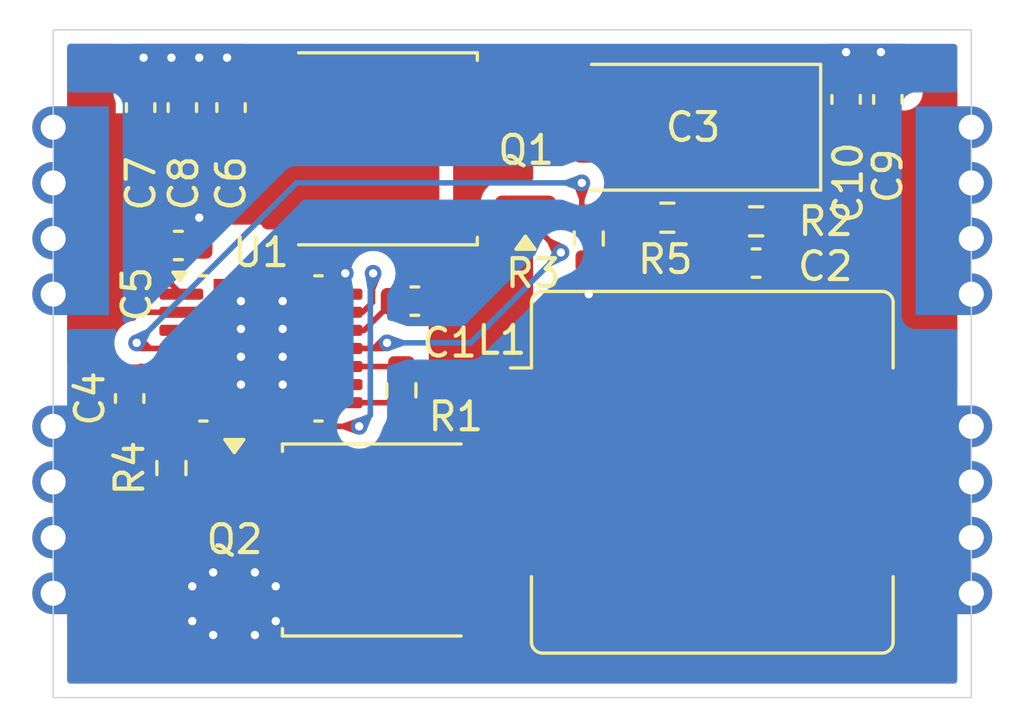
<source format=kicad_pcb>
(kicad_pcb (version 20240108) (generator "pcbnew") (generator_version "8.0")
  (layers (0 "F.Cu" signal) (31 "B.Cu" signal) (34 "B.Paste" user) (35 "F.Paste" user) (36 "B.SilkS" user "B.Silkscreen") (37 "F.SilkS" user "F.Silkscreen") (38 "B.Mask" user) (39 "F.Mask" user) (44 "Edge.Cuts" user))
  (net 0 "")
  (net 1 "Net-(Q1-S)")
  (net 2 "Net-(U1-BST)")
  (net 3 "Net-(U1-FB)")
  (net 4 "GND")
  (net 5 "Net-(U1-SS)")
  (net 6 "Net-(U1-VCC)")
  (net 7 "+BATT")
  (net 8 "Net-(Q1-G)")
  (net 9 "Net-(Q2-G)")
  (net 10 "Net-(U1-ILIM)")
  (net 11 "Net-(U1-RON)")
  (net 13 "+5V")
  (net 14 "Net-(R2-Pad1)")
  (footprint "Package_SO:HTSSOP-14-1EP_4.4x5mm_P0.65mm_EP3.4x5mm_Mask3x3.1mm" (layer "F.Cu") (at 124.4677 65.45)
    (property "Reference" "U1" (at 0 -3.45 0) (layer "F.SilkS"))
    (property "Value" "LM3150MH")
    (fp_line (start -1.935584 -2.61) (end -2.2 -2.61) (stroke (width 0.12)) (layer "F.SilkS"))
    (fp_line (start -1.935584 2.61) (end -2.2 2.61) (stroke (width 0.12)) (layer "F.SilkS"))
    (fp_line (start 1.935584 -2.61) (end 2.2 -2.61) (stroke (width 0.12)) (layer "F.SilkS"))
    (fp_line (start 1.935584 2.61) (end 2.2 2.61) (stroke (width 0.12)) (layer "F.SilkS"))
    (fp_poly (pts (xy -2.925 -2.41) (xy -3.165 -2.74) (xy -2.685 -2.74) (xy -2.925 -2.41)) (stroke (width 0.12)) (fill solid) (layer "F.SilkS"))
    (pad "1" smd roundrect (at -2.8625 -1.95) (size 1.575 0.4) (layers "F.Cu" "F.Paste" "F.Mask") (net 6 "Net-(U1-VCC)"))
    (pad "2" smd roundrect (at -2.8625 -1.3) (size 1.575 0.4) (layers "F.Cu" "F.Paste" "F.Mask") (net 7 "+BATT"))
    (pad "3" smd roundrect (at -2.8625 -0.65) (size 1.575 0.4) (layers "F.Cu" "F.Paste" "F.Mask"))
    (pad "4" smd roundrect (at -2.8625 0) (size 1.575 0.4) (layers "F.Cu" "F.Paste" "F.Mask") (net 3 "Net-(U1-FB)"))
    (pad "5" smd roundrect (at -2.8625 0.65) (size 1.575 0.4) (layers "F.Cu" "F.Paste" "F.Mask") (net 4 "GND"))
    (pad "6" smd roundrect (at -2.8625 1.3) (size 1.575 0.4) (layers "F.Cu" "F.Paste" "F.Mask") (net 5 "Net-(U1-SS)"))
    (pad "7" smd roundrect (at -2.8625 1.95) (size 1.575 0.4) (layers "F.Cu" "F.Paste" "F.Mask") (net 11 "Net-(U1-RON)"))
    (pad "8" smd roundrect (at 2.8625 1.95) (size 1.575 0.4) (layers "F.Cu" "F.Paste" "F.Mask") (net 10 "Net-(U1-ILIM)"))
    (pad "9" smd roundrect (at 2.8625 1.3) (size 1.575 0.4) (layers "F.Cu" "F.Paste" "F.Mask") (net 4 "GND"))
    (pad "10" smd roundrect (at 2.8625 0.65) (size 1.575 0.4) (layers "F.Cu" "F.Paste" "F.Mask") (net 1 "Net-(Q1-S)"))
    (pad "11" smd roundrect (at 2.8625 0) (size 1.575 0.4) (layers "F.Cu" "F.Paste" "F.Mask") (net 8 "Net-(Q1-G)"))
    (pad "12" smd roundrect (at 2.8625 -0.65) (size 1.575 0.4) (layers "F.Cu" "F.Paste" "F.Mask") (net 2 "Net-(U1-BST)"))
    (pad "13" smd roundrect (at 2.8625 -1.3) (size 1.575 0.4) (layers "F.Cu" "F.Paste" "F.Mask") (net 9 "Net-(Q2-G)"))
    (pad "14" smd roundrect (at 2.8625 -1.95) (size 1.575 0.4) (layers "F.Cu" "F.Paste" "F.Mask") (net 4 "GND"))
    (pad "15" smd rect (at 0 0) (size 3.4 5) (property pad_prop_heatsink) (layers "F.Cu") (net 4 "GND"))
  )
  (footprint "Resistor_SMD:R_0603_1608Metric" (layer "F.Cu") (at 136.25 61.5 90)
    (property "Reference" "R3" (at -1.25 -2 180) (layer "F.SilkS"))
    (property "Value" "10k")
    (fp_line (start -0.237258 -0.5225) (end 0.237258 -0.5225) (stroke (width 0.12)) (layer "F.SilkS"))
    (fp_line (start -0.237258 0.5225) (end 0.237258 0.5225) (stroke (width 0.12)) (layer "F.SilkS"))
    (pad "1" smd roundrect (at -0.825 0 90) (size 0.8 0.95) (layers "F.Cu" "F.Paste" "F.Mask") (net 4 "GND"))
    (pad "2" smd roundrect (at 0.825 0 90) (size 0.8 0.95) (layers "F.Cu" "F.Paste" "F.Mask") (net 3 "Net-(U1-FB)"))
  )
  (footprint "Capacitor_SMD:C_0603_1608Metric" (layer "F.Cu") (at 145.5 56.5 90)
    (property "Reference" "C10" (at -3.0006 0.0748 90) (layer "F.SilkS"))
    (property "Value" "100nF")
    (fp_line (start -0.14058 -0.51) (end 0.14058 -0.51) (stroke (width 0.12)) (layer "F.SilkS"))
    (fp_line (start -0.14058 0.51) (end 0.14058 0.51) (stroke (width 0.12)) (layer "F.SilkS"))
    (pad "1" smd roundrect (at -0.775 0 90) (size 0.9 0.95) (layers "F.Cu" "F.Paste" "F.Mask") (net 13 "+5V"))
    (pad "2" smd roundrect (at 0.775 0 90) (size 0.9 0.95) (layers "F.Cu" "F.Paste" "F.Mask") (net 4 "GND"))
  )
  (footprint "Resistor_SMD:R_0603_1608Metric" (layer "F.Cu") (at 129.5146 66.9544 90)
    (property "Reference" "R1" (at -0.945 1.9558 180) (layer "F.SilkS"))
    (property "Value" "1.2k")
    (fp_line (start -0.237258 -0.5225) (end 0.237258 -0.5225) (stroke (width 0.12)) (layer "F.SilkS"))
    (fp_line (start -0.237258 0.5225) (end 0.237258 0.5225) (stroke (width 0.12)) (layer "F.SilkS"))
    (pad "1" smd roundrect (at -0.825 0 90) (size 0.8 0.95) (layers "F.Cu" "F.Paste" "F.Mask") (net 10 "Net-(U1-ILIM)"))
    (pad "2" smd roundrect (at 0.825 0 90) (size 0.8 0.95) (layers "F.Cu" "F.Paste" "F.Mask") (net 1 "Net-(Q1-S)"))
  )
  (footprint "BuckModuleFootprints:Castillated Edge" (layer "F.Cu") (at 150 74.25 180)
    (property "Reference" "J3" (hide yes))
    (property "Value" "Edge")
    (pad "1" thru_hole circle (at 0 0 180) (size 1.5 1.5) (drill 0.9) (property pad_prop_castellated) (layers "*.Cu" "*.Mask") (net 4 "GND"))
    (pad "1" thru_hole circle (at 0 2 180) (size 1.5 1.5) (drill 0.9) (property pad_prop_castellated) (layers "*.Cu" "*.Mask") (net 4 "GND"))
    (pad "1" thru_hole circle (at 0 4 180) (size 1.5 1.5) (drill 0.9) (property pad_prop_castellated) (layers "*.Cu" "*.Mask") (net 4 "GND"))
    (pad "1" thru_hole circle (at 0 6 180) (size 1.5 1.5) (drill 0.9) (property pad_prop_castellated) (layers "*.Cu" "*.Mask") (net 4 "GND"))
    (pad "1" connect rect (at 1 3 180) (size 2 7.5) (layers "F.Cu" "F.Mask") (net 4 "GND"))
    (pad "1" connect rect (at 1 3 180) (size 2 7.5) (layers "B.Cu" "B.Mask") (net 4 "GND"))
  )
  (footprint "BuckModuleFootprints:Castillated Edge" (layer "F.Cu") (at 117 68.25)
    (property "Reference" "J4" (hide yes))
    (property "Value" "Edge")
    (pad "1" thru_hole circle (at 0 0) (size 1.5 1.5) (drill 0.9) (property pad_prop_castellated) (layers "*.Cu" "*.Mask") (net 4 "GND"))
    (pad "1" thru_hole circle (at 0 2) (size 1.5 1.5) (drill 0.9) (property pad_prop_castellated) (layers "*.Cu" "*.Mask") (net 4 "GND"))
    (pad "1" thru_hole circle (at 0 4) (size 1.5 1.5) (drill 0.9) (property pad_prop_castellated) (layers "*.Cu" "*.Mask") (net 4 "GND"))
    (pad "1" thru_hole circle (at 0 6) (size 1.5 1.5) (drill 0.9) (property pad_prop_castellated) (layers "*.Cu" "*.Mask") (net 4 "GND"))
    (pad "1" connect rect (at 1 3) (size 2 7.5) (layers "F.Cu" "F.Mask") (net 4 "GND"))
    (pad "1" connect rect (at 1 3) (size 2 7.5) (layers "B.Cu" "B.Mask") (net 4 "GND"))
  )
  (footprint "Resistor_SMD:R_0603_1608Metric" (layer "F.Cu") (at 121.25 69.75 -90)
    (property "Reference" "R4" (at 0 1.5 90) (layer "F.SilkS"))
    (property "Value" "100k")
    (fp_line (start -0.237258 0.5225) (end 0.237258 0.5225) (stroke (width 0.12)) (layer "F.SilkS"))
    (fp_line (start -0.237258 -0.5225) (end 0.237258 -0.5225) (stroke (width 0.12)) (layer "F.SilkS"))
    (pad "1" smd roundrect (at -0.825 0 270) (size 0.8 0.95) (layers "F.Cu" "F.Paste" "F.Mask") (net 11 "Net-(U1-RON)"))
    (pad "2" smd roundrect (at 0.825 0 270) (size 0.8 0.95) (layers "F.Cu" "F.Paste" "F.Mask") (net 7 "+BATT"))
  )
  (footprint "BuckModuleFootprints:Castillated Edge" (layer "F.Cu") (at 150 63.5 180)
    (property "Reference" "J2" (hide yes))
    (property "Value" "Edge")
    (pad "1" thru_hole circle (at 0 0 180) (size 1.5 1.5) (drill 0.9) (property pad_prop_castellated) (layers "*.Cu" "*.Mask") (net 13 "+5V"))
    (pad "1" thru_hole circle (at 0 2 180) (size 1.5 1.5) (drill 0.9) (property pad_prop_castellated) (layers "*.Cu" "*.Mask") (net 13 "+5V"))
    (pad "1" thru_hole circle (at 0 4 180) (size 1.5 1.5) (drill 0.9) (property pad_prop_castellated) (layers "*.Cu" "*.Mask") (net 13 "+5V"))
    (pad "1" thru_hole circle (at 0 6 180) (size 1.5 1.5) (drill 0.9) (property pad_prop_castellated) (layers "*.Cu" "*.Mask") (net 13 "+5V"))
    (pad "1" connect rect (at 1 3 180) (size 2 7.5) (layers "F.Cu" "F.Mask") (net 13 "+5V"))
    (pad "1" connect rect (at 1 3 180) (size 2 7.5) (layers "B.Cu" "B.Mask") (net 13 "+5V"))
  )
  (footprint "BuckModuleFootprints:Castillated Edge" (layer "F.Cu") (at 117 57.5)
    (property "Reference" "J1" (hide yes))
    (property "Value" "Edge")
    (pad "1" thru_hole circle (at 0 0) (size 1.5 1.5) (drill 0.9) (property pad_prop_castellated) (layers "*.Cu" "*.Mask") (net 7 "+BATT"))
    (pad "1" thru_hole circle (at 0 2) (size 1.5 1.5) (drill 0.9) (property pad_prop_castellated) (layers "*.Cu" "*.Mask") (net 7 "+BATT"))
    (pad "1" thru_hole circle (at 0 4) (size 1.5 1.5) (drill 0.9) (property pad_prop_castellated) (layers "*.Cu" "*.Mask") (net 7 "+BATT"))
    (pad "1" thru_hole circle (at 0 6) (size 1.5 1.5) (drill 0.9) (property pad_prop_castellated) (layers "*.Cu" "*.Mask") (net 7 "+BATT"))
    (pad "1" connect rect (at 1 3) (size 2 7.5) (layers "F.Cu" "F.Mask") (net 7 "+BATT"))
    (pad "1" connect rect (at 1 3) (size 2 7.5) (layers "B.Cu" "B.Mask") (net 7 "+BATT"))
  )
  (footprint "Package_TO_SOT_SMD:TO-252-2" (layer "F.Cu") (at 128.5512 72.3355)
    (property "Reference" "Q2" (at -5.031 -0.0217 0) (layer "F.SilkS"))
    (property "Value" "2SK4075")
    (fp_line (start -3.31 -3.45) (end -3.31 -3.18) (stroke (width 0.12)) (layer "F.SilkS"))
    (fp_line (start -3.31 3.45) (end -3.31 3.18) (stroke (width 0.12)) (layer "F.SilkS"))
    (fp_line (start 3.11 -3.45) (end -3.31 -3.45) (stroke (width 0.12)) (layer "F.SilkS"))
    (fp_line (start 3.11 3.45) (end -3.31 3.45) (stroke (width 0.12)) (layer "F.SilkS"))
    (fp_poly (pts (xy -5.04 -3.14) (xy -5.38 -3.61) (xy -4.7 -3.61) (xy -5.04 -3.14)) (stroke (width 0.12)) (fill solid) (layer "F.SilkS"))
    (pad "1" smd roundrect (at -5.04 -2.28) (size 2.2 1.2) (layers "F.Cu" "F.Paste" "F.Mask") (roundrect_rratio 0.208333) (net 9 "Net-(Q2-G)"))
    (pad "2" smd roundrect (at -0.415 -1.525) (size 3.05 2.75) (layers "F.Cu" "F.Paste") (roundrect_rratio 0.090909) (net 1 "Net-(Q1-S)"))
    (pad "2" smd roundrect (at -0.415 1.525) (size 3.05 2.75) (layers "F.Cu" "F.Paste") (roundrect_rratio 0.090909) (net 1 "Net-(Q1-S)"))
    (pad "2" smd roundrect (at 1.26 0) (size 6.4 5.8) (layers "F.Cu" "F.Mask") (roundrect_rratio 0.043103) (net 1 "Net-(Q1-S)"))
    (pad "2" smd roundrect (at 2.935 -1.525) (size 3.05 2.75) (layers "F.Cu" "F.Paste") (roundrect_rratio 0.090909) (net 1 "Net-(Q1-S)"))
    (pad "2" smd roundrect (at 2.935 1.525) (size 3.05 2.75) (layers "F.Cu" "F.Paste") (roundrect_rratio 0.090909) (net 1 "Net-(Q1-S)"))
    (pad "3" smd roundrect (at -5.04 2.28) (size 2.2 1.2) (layers "F.Cu" "F.Paste" "F.Mask") (roundrect_rratio 0.208333) (net 4 "GND"))
  )
  (footprint "Capacitor_SMD:C_0603_1608Metric" (layer "F.Cu") (at 119.75 67.25 90)
    (property "Reference" "C4" (at 0 -1.43 90) (layer "F.SilkS"))
    (property "Value" "100nF")
    (fp_line (start -0.14058 -0.51) (end 0.14058 -0.51) (stroke (width 0.12)) (layer "F.SilkS"))
    (fp_line (start -0.14058 0.51) (end 0.14058 0.51) (stroke (width 0.12)) (layer "F.SilkS"))
    (pad "1" smd roundrect (at -0.775 0 90) (size 0.9 0.95) (layers "F.Cu" "F.Paste" "F.Mask") (net 5 "Net-(U1-SS)"))
    (pad "2" smd roundrect (at 0.775 0 90) (size 0.9 0.95) (layers "F.Cu" "F.Paste" "F.Mask") (net 4 "GND"))
  )
  (footprint "Capacitor_Tantalum_SMD:CP_EIA-7343-31_Kemet-D_Pad2.25x2.55mm_HandSolder" (layer "F.Cu") (at 140 57.5 180)
    (property "Reference" "C3" (at 0 0 0) (layer "F.SilkS"))
    (property "Value" "100uF")
    (fp_line (start 3.65 -2.26) (end -4.585 -2.26) (stroke (width 0.12)) (layer "F.SilkS"))
    (fp_line (start -4.585 2.26) (end 3.65 2.26) (stroke (width 0.12)) (layer "F.SilkS"))
    (fp_line (start -4.585 -2.26) (end -4.585 2.26) (stroke (width 0.12)) (layer "F.SilkS"))
    (pad "1" smd roundrect (at -3.2 0 180) (size 2.25 2.55) (layers "F.Cu" "F.Paste" "F.Mask") (roundrect_rratio 0.111111) (net 13 "+5V"))
    (pad "2" smd roundrect (at 3.2 0 180) (size 2.25 2.55) (layers "F.Cu" "F.Paste" "F.Mask") (roundrect_rratio 0.111111) (net 4 "GND"))
  )
  (footprint "Capacitor_SMD:C_0603_1608Metric" (layer "F.Cu") (at 120.1432 56.7944 90)
    (property "Reference" "C7" (at -2.725 0.01 90) (layer "F.SilkS"))
    (property "Value" "100nF")
    (fp_line (start -0.14058 -0.51) (end 0.14058 -0.51) (stroke (width 0.12)) (layer "F.SilkS"))
    (fp_line (start -0.14058 0.51) (end 0.14058 0.51) (stroke (width 0.12)) (layer "F.SilkS"))
    (pad "1" smd roundrect (at -0.775 0 90) (size 0.9 0.95) (layers "F.Cu" "F.Paste" "F.Mask") (net 7 "+BATT"))
    (pad "2" smd roundrect (at 0.775 0 90) (size 0.9 0.95) (layers "F.Cu" "F.Paste" "F.Mask") (net 4 "GND"))
  )
  (footprint "Resistor_SMD:R_0603_1608Metric" (layer "F.Cu") (at 139.075 60.75)
    (property "Reference" "R5" (at -0.075 1.5 0) (layer "F.SilkS"))
    (property "Value" "68k")
    (fp_line (start -0.237258 -0.5225) (end 0.237258 -0.5225) (stroke (width 0.12)) (layer "F.SilkS"))
    (fp_line (start -0.237258 0.5225) (end 0.237258 0.5225) (stroke (width 0.12)) (layer "F.SilkS"))
    (pad "1" smd roundrect (at -0.825 0) (size 0.8 0.95) (layers "F.Cu" "F.Paste" "F.Mask") (net 3 "Net-(U1-FB)"))
    (pad "2" smd roundrect (at 0.825 0) (size 0.8 0.95) (layers "F.Cu" "F.Paste" "F.Mask") (net 14 "Net-(R2-Pad1)"))
  )
  (footprint "Capacitor_SMD:C_0603_1608Metric" (layer "F.Cu") (at 130 63.75)
    (property "Reference" "C1" (at 1.25 1.5 0) (layer "F.SilkS"))
    (property "Value" "470nF")
    (fp_line (start -0.14058 -0.51) (end 0.14058 -0.51) (stroke (width 0.12)) (layer "F.SilkS"))
    (fp_line (start -0.14058 0.51) (end 0.14058 0.51) (stroke (width 0.12)) (layer "F.SilkS"))
    (pad "1" smd roundrect (at -0.775 0) (size 0.9 0.95) (layers "F.Cu" "F.Paste" "F.Mask") (net 2 "Net-(U1-BST)"))
    (pad "2" smd roundrect (at 0.775 0) (size 0.9 0.95) (layers "F.Cu" "F.Paste" "F.Mask") (net 1 "Net-(Q1-S)"))
  )
  (footprint "Resistor_SMD:R_0603_1608Metric" (layer "F.Cu") (at 142.2654 60.8824)
    (property "Reference" "R2" (at 2.5 0 180) (layer "F.SilkS"))
    (property "Value" "4.7k")
    (fp_line (start -0.237258 -0.5225) (end 0.237258 -0.5225) (stroke (width 0.12)) (layer "F.SilkS"))
    (fp_line (start -0.237258 0.5225) (end 0.237258 0.5225) (stroke (width 0.12)) (layer "F.SilkS"))
    (pad "1" smd roundrect (at -0.825 0) (size 0.8 0.95) (layers "F.Cu" "F.Paste" "F.Mask") (net 14 "Net-(R2-Pad1)"))
    (pad "2" smd roundrect (at 0.825 0) (size 0.8 0.95) (layers "F.Cu" "F.Paste" "F.Mask") (net 13 "+5V"))
  )
  (footprint "Capacitor_SMD:C_0603_1608Metric" (layer "F.Cu") (at 121.6432 56.7944 90)
    (property "Reference" "C8" (at -2.7178 0.0482 90) (layer "F.SilkS"))
    (property "Value" "1uF")
    (fp_line (start -0.14058 -0.51) (end 0.14058 -0.51) (stroke (width 0.12)) (layer "F.SilkS"))
    (fp_line (start -0.14058 0.51) (end 0.14058 0.51) (stroke (width 0.12)) (layer "F.SilkS"))
    (pad "1" smd roundrect (at -0.775 0 90) (size 0.9 0.95) (layers "F.Cu" "F.Paste" "F.Mask") (net 7 "+BATT"))
    (pad "2" smd roundrect (at 0.775 0 90) (size 0.9 0.95) (layers "F.Cu" "F.Paste" "F.Mask") (net 4 "GND"))
  )
  (footprint "Package_TO_SOT_SMD:TO-252-2" (layer "F.Cu") (at 128.935 58.275 180)
    (property "Reference" "Q1" (at -5.0654 -0.0448 0) (layer "F.SilkS"))
    (property "Value" "2SK4075")
    (fp_line (start 3.11 3.45) (end -3.31 3.45) (stroke (width 0.12)) (layer "F.SilkS"))
    (fp_line (start 3.11 -3.45) (end -3.31 -3.45) (stroke (width 0.12)) (layer "F.SilkS"))
    (fp_line (start -3.31 3.45) (end -3.31 3.18) (stroke (width 0.12)) (layer "F.SilkS"))
    (fp_line (start -3.31 -3.45) (end -3.31 -3.18) (stroke (width 0.12)) (layer "F.SilkS"))
    (fp_poly (pts (xy -5.04 -3.14) (xy -5.38 -3.61) (xy -4.7 -3.61) (xy -5.04 -3.14)) (stroke (width 0.12)) (fill solid) (layer "F.SilkS"))
    (pad "1" smd roundrect (at -5.04 -2.28 180) (size 2.2 1.2) (layers "F.Cu" "F.Paste" "F.Mask") (roundrect_rratio 0.208333) (net 8 "Net-(Q1-G)"))
    (pad "2" smd roundrect (at -0.415 -1.525 180) (size 3.05 2.75) (layers "F.Cu" "F.Paste") (roundrect_rratio 0.090909) (net 7 "+BATT"))
    (pad "2" smd roundrect (at -0.415 1.525 180) (size 3.05 2.75) (layers "F.Cu" "F.Paste") (roundrect_rratio 0.090909) (net 7 "+BATT"))
    (pad "2" smd roundrect (at 1.26 0 180) (size 6.4 5.8) (layers "F.Cu" "F.Mask") (roundrect_rratio 0.043103) (net 7 "+BATT"))
    (pad "2" smd roundrect (at 2.935 -1.525 180) (size 3.05 2.75) (layers "F.Cu" "F.Paste") (roundrect_rratio 0.090909) (net 7 "+BATT"))
    (pad "2" smd roundrect (at 2.935 1.525 180) (size 3.05 2.75) (layers "F.Cu" "F.Paste") (roundrect_rratio 0.090909) (net 7 "+BATT"))
    (pad "3" smd roundrect (at -5.04 2.28 180) (size 2.2 1.2) (layers "F.Cu" "F.Paste" "F.Mask") (roundrect_rratio 0.208333) (net 1 "Net-(Q1-S)"))
  )
  (footprint "Capacitor_SMD:C_0603_1608Metric" (layer "F.Cu") (at 121.5 61.75)
    (property "Reference" "C5" (at -1.5 1.75 90) (layer "F.SilkS"))
    (property "Value" "1uF")
    (fp_line (start -0.14058 -0.51) (end 0.14058 -0.51) (stroke (width 0.12)) (layer "F.SilkS"))
    (fp_line (start -0.14058 0.51) (end 0.14058 0.51) (stroke (width 0.12)) (layer "F.SilkS"))
    (pad "1" smd roundrect (at -0.775 0) (size 0.9 0.95) (layers "F.Cu" "F.Paste" "F.Mask") (net 6 "Net-(U1-VCC)"))
    (pad "2" smd roundrect (at 0.775 0) (size 0.9 0.95) (layers "F.Cu" "F.Paste" "F.Mask") (net 4 "GND"))
  )
  (footprint "Capacitor_SMD:C_0603_1608Metric" (layer "F.Cu") (at 147 56.5 90)
    (property "Reference" "C9" (at -2.75 0 90) (layer "F.SilkS"))
    (property "Value" "100nF")
    (fp_line (start -0.14058 -0.51) (end 0.14058 -0.51) (stroke (width 0.12)) (layer "F.SilkS"))
    (fp_line (start -0.14058 0.51) (end 0.14058 0.51) (stroke (width 0.12)) (layer "F.SilkS"))
    (pad "1" smd roundrect (at -0.775 0 90) (size 0.9 0.95) (layers "F.Cu" "F.Paste" "F.Mask") (net 13 "+5V"))
    (pad "2" smd roundrect (at 0.775 0 90) (size 0.9 0.95) (layers "F.Cu" "F.Paste" "F.Mask") (net 4 "GND"))
  )
  (footprint "Capacitor_SMD:C_0603_1608Metric" (layer "F.Cu") (at 123.3932 56.7944 90)
    (property "Reference" "C6" (at -2.725 0 90) (layer "F.SilkS"))
    (property "Value" "1uF")
    (fp_line (start -0.14058 -0.51) (end 0.14058 -0.51) (stroke (width 0.12)) (layer "F.SilkS"))
    (fp_line (start -0.14058 0.51) (end 0.14058 0.51) (stroke (width 0.12)) (layer "F.SilkS"))
    (pad "1" smd roundrect (at -0.775 0 90) (size 0.9 0.95) (layers "F.Cu" "F.Paste" "F.Mask") (net 7 "+BATT"))
    (pad "2" smd roundrect (at 0.775 0 90) (size 0.9 0.95) (layers "F.Cu" "F.Paste" "F.Mask") (net 4 "GND"))
  )
  (footprint "Capacitor_SMD:C_0603_1608Metric" (layer "F.Cu") (at 142.2654 62.3824 180)
    (property "Reference" "C2" (at -2.4846 -0.1176 180) (layer "F.SilkS"))
    (property "Value" "43pF")
    (fp_line (start -0.14058 0.51) (end 0.14058 0.51) (stroke (width 0.12)) (layer "F.SilkS"))
    (fp_line (start -0.14058 -0.51) (end 0.14058 -0.51) (stroke (width 0.12)) (layer "F.SilkS"))
    (pad "1" smd roundrect (at -0.775 0 180) (size 0.9 0.95) (layers "F.Cu" "F.Paste" "F.Mask") (net 13 "+5V"))
    (pad "2" smd roundrect (at 0.775 0 180) (size 0.9 0.95) (layers "F.Cu" "F.Paste" "F.Mask") (net 3 "Net-(U1-FB)"))
  )
  (footprint "Inductor_SMD:L_Bourns_SRR1208_12.7x12.7mm" (layer "F.Cu") (at 140.6906 69.9008)
    (property "Reference" "L1" (at -7.5692 -4.7498 0) (layer "F.SilkS"))
    (property "Value" "6.5uH")
    (fp_line (start -6.5 -6.1) (end -6.5 -3.75) (stroke (width 0.12)) (layer "F.SilkS"))
    (fp_line (start -6.5 -3.75) (end -7.25 -3.75) (stroke (width 0.12)) (layer "F.SilkS"))
    (fp_line (start -6.5 3.75) (end -6.5 6.1) (stroke (width 0.12)) (layer "F.SilkS"))
    (fp_line (start -6.1 -6.5) (end 6.1 -6.5) (stroke (width 0.12)) (layer "F.SilkS"))
    (fp_line (start 6.1 6.5) (end -6.1 6.5) (stroke (width 0.12)) (layer "F.SilkS"))
    (fp_line (start 6.5 -6.1) (end 6.5 -3.75) (stroke (width 0.12)) (layer "F.SilkS"))
    (fp_line (start 6.5 3.75) (end 6.5 6.1) (stroke (width 0.12)) (layer "F.SilkS"))
    (fp_arc (start -6.5 -6.1) (mid -6.382843 -6.382843) (end -6.1 -6.5) (stroke (width 0.12)) (layer "F.SilkS"))
    (fp_arc (start -6.1 6.5) (mid -6.382843 6.382843) (end -6.5 6.1) (stroke (width 0.12)) (layer "F.SilkS"))
    (fp_arc (start 6.1 -6.5) (mid 6.382843 -6.382843) (end 6.5 -6.1) (stroke (width 0.12)) (layer "F.SilkS"))
    (fp_arc (start 6.5 6.1) (mid 6.382843 6.382843) (end 6.1 6.5) (stroke (width 0.12)) (layer "F.SilkS"))
    (pad "1" smd rect (at -5 0) (size 4 7) (layers "F.Cu" "F.Paste" "F.Mask") (net 1 "Net-(Q1-S)"))
    (pad "2" smd rect (at 5 0) (size 4 7) (layers "F.Cu" "F.Paste" "F.Mask") (net 13 "+5V"))
  )
  (gr_rect (start 117 54) (end 150 78) (stroke (width 0.05)) (fill none) (layer "Edge.Cuts"))
  (segment (start 127.3302 66.1) (end 131.8898 66.1) (width 0.2) (layer "F.Cu") (net 1))
  (segment (start 131.8898 66.1) (end 135.6906 69.9008) (width 0.2) (layer "F.Cu") (net 1))
  (segment (start 128.175 64.8) (end 127.3302 64.8) (width 0.2) (layer "F.Cu") (net 2))
  (segment (start 129.225 63.75) (end 128.175 64.8) (width 0.2) (layer "F.Cu") (net 2))
  (segment (start 138.25 60.75) (end 139.8824 62.3824) (width 0.2) (layer "F.Cu") (net 3))
  (segment (start 138 60.75) (end 137.925 60.675) (width 0.2) (layer "F.Cu") (net 3))
  (segment (start 138.25 60.75) (end 138 60.75) (width 0.2) (layer "F.Cu") (net 3))
  (segment (start 136 60.425) (end 136.25 60.675) (width 0.2) (layer "F.Cu") (net 3))
  (segment (start 136 59.5) (end 136 60.425) (width 0.2) (layer "F.Cu") (net 3))
  (segment (start 121.6052 65.45) (end 120.2 65.45) (width 0.2) (layer "F.Cu") (net 3))
  (segment (start 120.2 65.45) (end 120 65.25) (width 0.2) (layer "F.Cu") (net 3))
  (segment (start 139.8824 62.3824) (end 141.4904 62.3824) (width 0.2) (layer "F.Cu") (net 3))
  (segment (start 137.925 60.675) (end 136.25 60.675) (width 0.2) (layer "F.Cu") (net 3))
  (via (at 120 65.25) (size 0.6) (drill 0.3) (layers "F.Cu" "B.Cu") (net 3))
  (via (at 136 59.5) (size 0.6) (drill 0.3) (layers "F.Cu" "B.Cu") (net 3))
  (segment (start 125.75 59.5) (end 120 65.25) (width 0.2) (layer "B.Cu") (net 3))
  (segment (start 136 59.5) (end 125.75 59.5) (width 0.2) (layer "B.Cu") (net 3))
  (segment (start 120.125 66.1) (end 121.6052 66.1) (width 0.2) (layer "F.Cu") (net 4))
  (segment (start 119.75 66.475) (end 120.125 66.1) (width 0.2) (layer "F.Cu") (net 4))
  (segment (start 127.3302 63.5) (end 127.3302 62.9198) (width 0.2) (layer "F.Cu") (net 4))
  (segment (start 122.275 61.75) (end 122.275 60.775) (width 0.2) (layer "F.Cu") (net 4))
  (segment (start 127.3302 66.75) (end 125.7677 66.75) (width 0.2) (layer "F.Cu") (net 4))
  (segment (start 122.275 60.775) (end 122.25 60.75) (width 0.2) (layer "F.Cu") (net 4))
  (segment (start 125.7677 66.75) (end 124.4677 65.45) (width 0.2) (layer "F.Cu") (net 4))
  (segment (start 121.6052 66.1) (end 123.8177 66.1) (width 0.2) (layer "F.Cu") (net 4))
  (segment (start 123.8177 66.1) (end 124.4677 65.45) (width 0.2) (layer "F.Cu") (net 4))
  (segment (start 127.3302 62.9198) (end 127.5 62.75) (width 0.2) (layer "F.Cu") (net 4))
  (segment (start 138.2526 57.404) (end 137.596 57.404) (width 0.5) (layer "F.Cu") (net 4))
  (segment (start 136.25 62.325) (end 136.25 63.5) (width 0.2) (layer "F.Cu") (net 4))
  (via (at 124.25 73.5) (size 0.6) (drill 0.3) (layers "F.Cu" "B.Cu") (net 4))
  (via (at 127.5 62.75) (size 0.6) (drill 0.3) (layers "F.Cu" "B.Cu") (net 4))
  (via (at 125.25 64.75) (size 0.6) (drill 0.3) (layers "F.Cu" "B.Cu") (net 4))
  (via (at 122.75 75.75) (size 0.6) (drill 0.3) (layers "F.Cu" "B.Cu") (net 4))
  (via (at 123.75 63.75) (size 0.6) (drill 0.3) (layers "F.Cu" "B.Cu") (net 4))
  (via (at 122 74) (size 0.6) (drill 0.3) (layers "F.Cu" "B.Cu") (net 4))
  (via (at 122 75.25) (size 0.6) (drill 0.3) (layers "F.Cu" "B.Cu") (net 4))
  (via (at 125.25 63.75) (size 0.6) (drill 0.3) (layers "F.Cu" "B.Cu") (net 4))
  (via (at 123.75 65.75) (size 0.6) (drill 0.3) (layers "F.Cu" "B.Cu") (net 4))
  (via (at 122.25 55) (size 0.6) (drill 0.3) (layers "F.Cu" "B.Cu") (net 4))
  (via (at 125.25 65.75) (size 0.6) (drill 0.3) (layers "F.Cu" "B.Cu") (net 4))
  (via (at 123.75 64.75) (size 0.6) (drill 0.3) (layers "F.Cu" "B.Cu") (net 4))
  (via (at 146.75 54.8) (size 0.6) (drill 0.3) (layers "F.Cu" "B.Cu") (net 4))
  (via (at 124.25 75.75) (size 0.6) (drill 0.3) (layers "F.Cu" "B.Cu") (net 4))
  (via (at 125.25 66.75) (size 0.6) (drill 0.3) (layers "F.Cu" "B.Cu") (net 4))
  (via (at 122.25 60.75) (size 0.6) (drill 0.3) (layers "F.Cu" "B.Cu") (net 4))
  (via (at 136.25 63.5) (size 0.6) (drill 0.3) (layers "F.Cu" "B.Cu") (net 4))
  (via (at 120.25 55) (size 0.6) (drill 0.3) (layers "F.Cu" "B.Cu") (net 4))
  (via (at 125 74) (size 0.6) (drill 0.3) (layers "F.Cu" "B.Cu") (net 4))
  (via (at 123.75 66.75) (size 0.6) (drill 0.3) (layers "F.Cu" "B.Cu") (net 4))
  (via (at 123.25 55) (size 0.6) (drill 0.3) (layers "F.Cu" "B.Cu") (net 4))
  (via (at 145.5 54.8) (size 0.6) (drill 0.3) (layers "F.Cu" "B.Cu") (net 4))
  (via (at 122.75 73.5) (size 0.6) (drill 0.3) (layers "F.Cu" "B.Cu") (net 4))
  (via (at 121.25 55) (size 0.6) (drill 0.3) (layers "F.Cu" "B.Cu") (net 4))
  (via (at 125 75.25) (size 0.6) (drill 0.3) (layers "F.Cu" "B.Cu") (net 4))
  (segment (start 119.75 68.025) (end 119.75 67.817701) (width 0.2) (layer "F.Cu") (net 5))
  (segment (start 119.75 67.817701) (end 120.817701 66.75) (width 0.2) (layer "F.Cu") (net 5))
  (segment (start 120.817701 66.75) (end 121.6052 66.75) (width 0.2) (layer "F.Cu") (net 5))
  (segment (start 120.725 62.6198) (end 120.725 61.75) (width 0.2) (layer "F.Cu") (net 6))
  (segment (start 121.6052 63.5) (end 120.725 62.6198) (width 0.2) (layer "F.Cu") (net 6))
  (segment (start 122.0625 63.475) (end 122.1375 63.55) (width 0.2) (layer "F.Cu") (net 6))
  (segment (start 118.25 68.05) (end 118.25 64.5) (width 0.2) (layer "F.Cu") (net 7))
  (segment (start 121.6052 64.15) (end 118.9 64.15) (width 0.2) (layer "F.Cu") (net 7))
  (segment (start 118.9 64.15) (end 118.5 63.75) (width 0.2) (layer "F.Cu") (net 7))
  (segment (start 120.775 70.575) (end 118.25 68.05) (width 0.2) (layer "F.Cu") (net 7))
  (segment (start 121.25 70.575) (end 120.775 70.575) (width 0.2) (layer "F.Cu") (net 7))
  (segment (start 133.975 60.555) (end 133.975 60.725) (width 0.2) (layer "F.Cu") (net 8))
  (segment (start 128.8 65.45) (end 127.3302 65.45) (width 0.2) (layer "F.Cu") (net 8))
  (segment (start 129 65.25) (end 128.8 65.45) (width 0.2) (layer "F.Cu") (net 8))
  (segment (start 133.975 60.725) (end 135.25 62) (width 0.2) (layer "F.Cu") (net 8))
  (via (at 135.25 62) (size 0.6) (drill 0.3) (layers "F.Cu" "B.Cu") (net 8))
  (via (at 129 65.25) (size 0.6) (drill 0.3) (layers "F.Cu" "B.Cu") (net 8))
  (segment (start 135.25 62) (end 132 65.25) (width 0.2) (layer "B.Cu") (net 8))
  (segment (start 132 65.25) (end 129 65.25) (width 0.2) (layer "B.Cu") (net 8))
  (segment (start 128.117699 64.15) (end 128.475 63.792699) (width 0.2) (layer "F.Cu") (net 9))
  (segment (start 128 68.25) (end 125.3167 68.25) (width 0.2) (layer "F.Cu") (net 9))
  (segment (start 128.475 62.775) (end 128.5 62.75) (width 0.2) (layer "F.Cu") (net 9))
  (segment (start 128.475 63.792699) (end 128.475 62.775) (width 0.2) (layer "F.Cu") (net 9))
  (segment (start 127.3302 64.15) (end 128.117699 64.15) (width 0.2) (layer "F.Cu") (net 9))
  (segment (start 125.3167 68.25) (end 123.5112 70.0555) (width 0.2) (layer "F.Cu") (net 9))
  (via (at 128.5 62.75) (size 0.6) (drill 0.3) (layers "F.Cu" "B.Cu") (net 9))
  (via (at 128 68.25) (size 0.6) (drill 0.3) (layers "F.Cu" "B.Cu") (net 9))
  (segment (start 128.4 62.85) (end 128.4 67.85) (width 0.2) (layer "B.Cu") (net 9))
  (segment (start 128.4 67.85) (end 128 68.25) (width 0.2) (layer "B.Cu") (net 9))
  (segment (start 128.5 62.75) (end 128.4 62.85) (width 0.2) (layer "B.Cu") (net 9))
  (segment (start 127.3302 67.4) (end 129.1352 67.4) (width 0.2) (layer "F.Cu") (net 10))
  (segment (start 129.1352 67.4) (end 129.5146 67.7794) (width 0.2) (layer "F.Cu") (net 10))
  (segment (start 121.25 67.7552) (end 121.6052 67.4) (width 0.2) (layer "F.Cu") (net 11))
  (segment (start 121.25 68.925) (end 121.25 67.7552) (width 0.2) (layer "F.Cu") (net 11))
  (segment (start 140.0324 60.8824) (end 139.9 60.75) (width 0.5) (layer "F.Cu") (net 14))
  (segment (start 141.4904 60.9324) (end 141.4404 60.8824) (width 0.5) (layer "F.Cu") (net 14))
  (segment (start 141.4404 60.8824) (end 140.0324 60.8824) (width 0.5) (layer "F.Cu") (net 14))
  (zone (net 4) (net_name "GND") (layer "F.Cu") (priority 4) (connect_pads yes (clearance 0.5)) (min_thickness 0.25) (fill yes (thermal_gap 0.5) (thermal_bridge_width 0.5))
    (polygon (pts (xy 119.75 54) (xy 119.75 56.25) (xy 124 56.25) (xy 124 54)))
  )
  (zone (net 13) (net_name "+5V") (layer "F.Cu") (priority 2) (connect_pads yes (clearance 0.5)) (min_thickness 0.25) (fill yes (thermal_gap 0.5) (thermal_bridge_width 0.5))
    (polygon (pts (xy 142.5 56) (xy 142.5 73.5) (xy 150 73.5) (xy 150 56)))
  )
  (zone (net 4) (net_name "GND") (layer "F.Cu") (priority 6) (connect_pads yes (clearance 0.5)) (min_thickness 0.25) (fill yes (thermal_gap 0.5) (thermal_bridge_width 0.5))
    (polygon (pts (xy 125.5 73.25) (xy 121.5 73.25) (xy 121.5 76) (xy 125.5 76)))
  )
  (zone (net 1) (net_name "Net-(Q1-S)") (layer "F.Cu") (priority 5) (connect_pads yes (clearance 0.5)) (min_thickness 0.25) (fill yes (thermal_gap 0.5) (thermal_bridge_width 0.5))
    (polygon (pts (xy 134.25 55.25) (xy 134.25 67) (xy 132.75 69.75) (xy 130.5 69.75) (xy 130.5 55.25)))
  )
  (zone (net 4) (net_name "GND") (layer "F.Cu") (priority 7) (connect_pads yes (clearance 0.5)) (min_thickness 0.25) (fill yes (thermal_gap 0.5) (thermal_bridge_width 0.5))
    (polygon (pts (xy 144.75 54.5) (xy 147.75 54.5) (xy 147.75 56.5) (xy 144.75 56.5)))
  )
  (zone (net 7) (net_name "+BATT") (layer "F.Cu") (priority 3) (connect_pads yes (clearance 0.5)) (min_thickness 0.25) (fill yes (thermal_gap 0.5) (thermal_bridge_width 0.5))
    (polygon (pts (xy 125.5 57) (xy 119.25 57) (xy 119.25 54) (xy 116.5 54) (xy 116.5 66) (xy 120 66) (xy 120 61) (xy 125.5 61)))
  )
  (zone (net 1) (net_name "Net-(Q1-S)") (layer "F.Cu") (priority 1) (connect_pads yes (clearance 0.5)) (min_thickness 0.25) (fill yes (thermal_gap 0.5) (thermal_bridge_width 0.5))
    (polygon (pts (xy 130.5 73.5) (xy 137.5 73.5) (xy 137.75 66.25) (xy 133.75 66.25) (xy 133.75 65.75) (xy 130.5 65.75)))
  )
  (zone (net 4) (net_name "GND") (layer "B.Cu") (connect_pads yes (clearance 0.5)) (min_thickness 0.25) (fill yes (thermal_gap 0.5) (thermal_bridge_width 0.5))
    (polygon (pts (xy 116 54) (xy 151 54) (xy 151 78) (xy 116 78)))
  )
)
</source>
